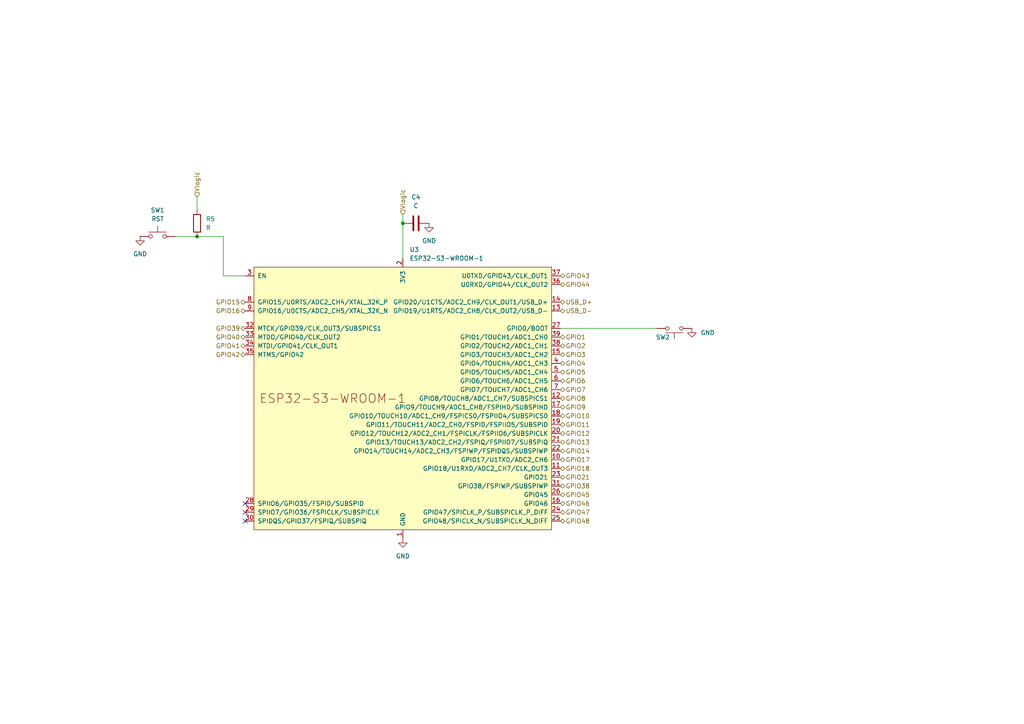
<source format=kicad_sch>
(kicad_sch (version 20230121) (generator eeschema)
  (paper "A4")
  (lib_symbols
    (symbol "Device:C" (pin_numbers hide) (pin_names (offset 0.254))
      (property "Reference" "C" (at 0.635 2.54 0))
      (property "Value" "C" (at 0.635 -2.54 0))
      (symbol "C_0_1"
        (polyline (pts (xy -2.032 -0.762) (xy 2.032 -0.762)) (stroke (width 0.508)))
        (polyline (pts (xy -2.032 0.762) (xy 2.032 0.762)) (stroke (width 0.508)))
      )
      (symbol "C_1_1"
        (pin passive line (at 0 3.81 270) (length 2.794) (name "~") (number "1"))
        (pin passive line (at 0 -3.81 90) (length 2.794) (name "~") (number "2"))
      )
    )
    (symbol "Device:R" (pin_numbers hide) (pin_names (offset 0))
      (property "Reference" "R" (at 2.032 0 90))
      (property "Value" "R" (at 0 0 90))
      (symbol "R_0_1"
        (rectangle (start -1.016 -2.54) (end 1.016 2.54) (stroke (width 0.254)))
      )
      (symbol "R_1_1"
        (pin passive line (at 0 3.81 270) (length 1.27) (name "~") (number "1"))
        (pin passive line (at 0 -3.81 90) (length 1.27) (name "~") (number "2"))
      )
    )
    (symbol "PCM_Espressif:ESP32-S3-WROOM-1" (pin_names (offset 1.016))
      (property "Reference" "U" (at -43.18 43.18 0))
      (property "Value" "ESP32-S3-WROOM-1" (at -43.18 40.64 0))
      (symbol "ESP32-S3-WROOM-1_0_0"
        (text "ESP32-S3-WROOM-1" (at -20.32 0 0) (effects (font (size 2.54 2.54))))
        (pin power_in line (at 0 -40.64 90) (length 2.54) (name "GND") (number "1"))
        (pin bidirectional line (at 45.72 -17.78 180) (length 2.54) (name "GPIO17/U1TXD/ADC2_CH6") (number "10"))
        (pin bidirectional line (at 45.72 -20.32 180) (length 2.54) (name "GPIO18/U1RXD/ADC2_CH7/CLK_OUT3") (number "11"))
        (pin bidirectional line (at 45.72 0 180) (length 2.54) (name "GPIO8/TOUCH8/ADC1_CH7/SUBSPICS1") (number "12"))
        (pin bidirectional line (at 45.72 25.4 180) (length 2.54) (name "GPIO19/U1RTS/ADC2_CH8/CLK_OUT2/USB_D-") (number "13"))
        (pin bidirectional line (at 45.72 27.94 180) (length 2.54) (name "GPIO20/U1CTS/ADC2_CH9/CLK_OUT1/USB_D+") (number "14"))
        (pin bidirectional line (at 45.72 12.7 180) (length 2.54) (name "GPIO3/TOUCH3/ADC1_CH2") (number "15"))
        (pin bidirectional line (at 45.72 -30.48 180) (length 2.54) (name "GPIO46") (number "16"))
        (pin bidirectional line (at 45.72 -2.54 180) (length 2.54) (name "GPIO9/TOUCH9/ADC1_CH8/FSPIHD/SUBSPIHD") (number "17"))
        (pin bidirectional line (at 45.72 -5.08 180) (length 2.54) (name "GPIO10/TOUCH10/ADC1_CH9/FSPICS0/FSPIIO4/SUBSPICS0") (number "18"))
        (pin bidirectional line (at 45.72 -7.62 180) (length 2.54) (name "GPIO11/TOUCH11/ADC2_CH0/FSPID/FSPIIO5/SUBSPID") (number "19"))
        (pin power_in line (at 0 40.64 270) (length 2.54) (name "3V3") (number "2"))
        (pin bidirectional line (at 45.72 -10.16 180) (length 2.54) (name "GPIO12/TOUCH12/ADC2_CH1/FSPICLK/FSPIIO6/SUBSPICLK") (number "20"))
        (pin bidirectional line (at 45.72 -12.7 180) (length 2.54) (name "GPIO13/TOUCH13/ADC2_CH2/FSPIQ/FSPIIO7/SUBSPIQ") (number "21"))
        (pin bidirectional line (at 45.72 -15.24 180) (length 2.54) (name "GPIO14/TOUCH14/ADC2_CH3/FSPIWP/FSPIDQS/SUBSPIWP") (number "22"))
        (pin bidirectional line (at 45.72 -22.86 180) (length 2.54) (name "GPIO21") (number "23"))
        (pin bidirectional line (at 45.72 -33.02 180) (length 2.54) (name "GPIO47/SPICLK_P/SUBSPICLK_P_DIFF") (number "24"))
        (pin bidirectional line (at 45.72 -35.56 180) (length 2.54) (name "GPIO48/SPICLK_N/SUBSPICLK_N_DIFF") (number "25"))
        (pin bidirectional line (at 45.72 -27.94 180) (length 2.54) (name "GPIO45") (number "26"))
        (pin bidirectional line (at 45.72 20.32 180) (length 2.54) (name "GPIO0/BOOT") (number "27"))
        (pin bidirectional line (at -45.72 -30.48 0) (length 2.54) (name "SPIIO6/GPIO35/FSPID/SUBSPID") (number "28"))
        (pin bidirectional line (at -45.72 -33.02 0) (length 2.54) (name "SPIIO7/GPIO36/FSPICLK/SUBSPICLK") (number "29"))
        (pin input line (at -45.72 35.56 0) (length 2.54) (name "EN") (number "3"))
        (pin bidirectional line (at -45.72 -35.56 0) (length 2.54) (name "SPIDQS/GPIO37/FSPIQ/SUBSPIQ") (number "30"))
        (pin bidirectional line (at 45.72 -25.4 180) (length 2.54) (name "GPIO38/FSPIWP/SUBSPIWP") (number "31"))
        (pin bidirectional line (at -45.72 20.32 0) (length 2.54) (name "MTCK/GPIO39/CLK_OUT3/SUBSPICS1") (number "32"))
        (pin bidirectional line (at -45.72 17.78 0) (length 2.54) (name "MTDO/GPIO40/CLK_OUT2") (number "33"))
        (pin bidirectional line (at -45.72 15.24 0) (length 2.54) (name "MTDI/GPIO41/CLK_OUT1") (number "34"))
        (pin bidirectional line (at -45.72 12.7 0) (length 2.54) (name "MTMS/GPIO42") (number "35"))
        (pin bidirectional line (at 45.72 33.02 180) (length 2.54) (name "U0RXD/GPIO44/CLK_OUT2") (number "36"))
        (pin bidirectional line (at 45.72 35.56 180) (length 2.54) (name "U0TXD/GPIO43/CLK_OUT1") (number "37"))
        (pin bidirectional line (at 45.72 15.24 180) (length 2.54) (name "GPIO2/TOUCH2/ADC1_CH1") (number "38"))
        (pin bidirectional line (at 45.72 17.78 180) (length 2.54) (name "GPIO1/TOUCH1/ADC1_CH0") (number "39"))
        (pin bidirectional line (at 45.72 10.16 180) (length 2.54) (name "GPIO4/TOUCH4/ADC1_CH3") (number "4"))
        (pin passive line (at 0 -40.64 90) (length 2.54) hide (name "GND") (number "40"))
        (pin passive line (at 0 -40.64 90) (length 2.54) hide (name "GND") (number "41"))
        (pin bidirectional line (at 45.72 7.62 180) (length 2.54) (name "GPIO5/TOUCH5/ADC1_CH4") (number "5"))
        (pin bidirectional line (at 45.72 5.08 180) (length 2.54) (name "GPIO6/TOUCH6/ADC1_CH5") (number "6"))
        (pin bidirectional line (at 45.72 2.54 180) (length 2.54) (name "GPIO7/TOUCH7/ADC1_CH6") (number "7"))
        (pin bidirectional line (at -45.72 27.94 0) (length 2.54) (name "GPIO15/U0RTS/ADC2_CH4/XTAL_32K_P") (number "8"))
        (pin bidirectional line (at -45.72 25.4 0) (length 2.54) (name "GPIO16/U0CTS/ADC2_CH5/XTAL_32K_N") (number "9"))
      )
      (symbol "ESP32-S3-WROOM-1_0_1"
        (rectangle (start -43.18 38.1) (end 43.18 -38.1) (fill (type background)))
      )
    )
    (symbol "Switch:SW_Push" (pin_numbers hide) (pin_names (offset 1.016) hide)
      (property "Reference" "SW" (at 1.27 2.54 0))
      (property "Value" "SW_Push" (at 0 -1.524 0))
      (symbol "SW_Push_0_1"
        (circle (center -2.032 0) (radius 0.508))
        (polyline (pts (xy 0 1.27) (xy 0 3.048)))
        (polyline (pts (xy 2.54 1.27) (xy -2.54 1.27)))
        (circle (center 2.032 0) (radius 0.508))
        (pin passive line (at -5.08 0 0) (length 2.54) (name "1") (number "1"))
        (pin passive line (at 5.08 0 180) (length 2.54) (name "2") (number "2"))
      )
    )
    (symbol "power:GND" (power) (pin_names (offset 0))
      (property "Value" "GND" (at 0 -3.81 0))
      (symbol "GND_0_1"
        (polyline (pts (xy 0 0) (xy 0 -1.27) (xy 1.27 -1.27) (xy 0 -2.54) (xy -1.27 -1.27) (xy 0 -1.27)))
      )
      (symbol "GND_1_1"
        (pin power_in line (at 0 0 270) (length 0) hide (name "GND") (number "1"))
      )
    )
  )
  (junction (at 57.15 68.58))
  (junction (at 116.84 64.77))
  (no_connect (at 71.12 151.13))
  (no_connect (at 71.12 146.05))
  (no_connect (at 71.12 148.59))
  (wire (pts (xy 50.8 68.58) (xy 57.15 68.58)))
  (wire (pts (xy 71.12 80.01) (xy 64.77 80.01)))
  (wire (pts (xy 57.15 68.58) (xy 64.77 68.58)))
  (wire (pts (xy 57.15 57.15) (xy 57.15 60.96)))
  (wire (pts (xy 116.84 62.23) (xy 116.84 64.77)))
  (wire (pts (xy 116.84 64.77) (xy 116.84 74.93)))
  (wire (pts (xy 162.56 95.25) (xy 190.5 95.25)))
  (wire (pts (xy 64.77 80.01) (xy 64.77 68.58)))
  (hierarchical_label "GPIO47" (shape bidirectional) (at 162.56 148.59 0))
  (hierarchical_label "Vlogic" (shape input) (at 116.84 62.23 90))
  (hierarchical_label "Vlogic" (shape input) (at 57.15 57.15 90))
  (hierarchical_label "USB_D+" (shape bidirectional) (at 162.56 87.63 0))
  (hierarchical_label "GPIO17" (shape bidirectional) (at 162.56 133.35 0))
  (hierarchical_label "GPIO11" (shape bidirectional) (at 162.56 123.19 0))
  (hierarchical_label "GPIO41" (shape bidirectional) (at 71.12 100.33 180))
  (hierarchical_label "GPIO18" (shape bidirectional) (at 162.56 135.89 0))
  (hierarchical_label "GPIO6" (shape bidirectional) (at 162.56 110.49 0))
  (hierarchical_label "GPIO43" (shape bidirectional) (at 162.56 80.01 0))
  (hierarchical_label "GPIO48" (shape bidirectional) (at 162.56 151.13 0))
  (hierarchical_label "GPIO7" (shape bidirectional) (at 162.56 113.03 0))
  (hierarchical_label "GPIO45" (shape bidirectional) (at 162.56 143.51 0))
  (hierarchical_label "GPIO10" (shape bidirectional) (at 162.56 120.65 0))
  (hierarchical_label "GPIO4" (shape bidirectional) (at 162.56 105.41 0))
  (hierarchical_label "GPIO9" (shape bidirectional) (at 162.56 118.11 0))
  (hierarchical_label "GPIO13" (shape bidirectional) (at 162.56 128.27 0))
  (hierarchical_label "GPIO3" (shape bidirectional) (at 162.56 102.87 0))
  (hierarchical_label "GPIO38" (shape bidirectional) (at 162.56 140.97 0))
  (hierarchical_label "GPIO1" (shape tri_state) (at 162.56 97.79 0))
  (hierarchical_label "GPIO5" (shape bidirectional) (at 162.56 107.95 0))
  (hierarchical_label "GPIO44" (shape bidirectional) (at 162.56 82.55 0))
  (hierarchical_label "GPIO42" (shape bidirectional) (at 71.12 102.87 180))
  (hierarchical_label "GPIO8" (shape bidirectional) (at 162.56 115.57 0))
  (hierarchical_label "GPIO21" (shape bidirectional) (at 162.56 138.43 0))
  (hierarchical_label "GPIO46" (shape bidirectional) (at 162.56 146.05 0))
  (hierarchical_label "GPIO14" (shape bidirectional) (at 162.56 130.81 0))
  (hierarchical_label "GPIO39" (shape bidirectional) (at 71.12 95.25 180))
  (hierarchical_label "GPIO15" (shape bidirectional) (at 71.12 87.63 180))
  (hierarchical_label "GPIO2" (shape bidirectional) (at 162.56 100.33 0))
  (hierarchical_label "GPIO12" (shape bidirectional) (at 162.56 125.73 0))
  (hierarchical_label "GPIO16" (shape bidirectional) (at 71.12 90.17 180))
  (hierarchical_label "GPIO40" (shape bidirectional) (at 71.12 97.79 180))
  (hierarchical_label "USB_D-" (shape bidirectional) (at 162.56 90.17 0))
  (symbol (lib_id "power:GND") (at 40.64 68.58 0) (unit 1)
    (property "Reference" "#PWR016" (effects hide))
    (property "Value" "GND" (at 40.64 73.66 0))
  )
  (symbol (lib_id "power:GND") (at 124.46 64.77 0) (unit 1)
    (property "Reference" "#PWR018" (effects hide))
    (property "Value" "GND" (at 124.46 69.85 0))
  )
  (symbol (lib_id "Device:C") (at 120.65 64.77 90) (unit 1)
    (property "Reference" "C4" (at 120.65 57.15 90))
    (property "Value" "C" (at 120.65 59.69 90))
    (property "Footprint" "Capacitor_SMD:C_0603_1608Metric" (effects hide))
  )
  (symbol (lib_id "power:GND") (at 200.66 95.25 0) (unit 1)
    (property "Reference" "#PWR019" (effects hide))
    (property "Value" "GND" (at 203.2 96.52 0) (effects (justify left)))
  )
  (symbol (lib_id "power:GND") (at 116.84 156.21 0) (unit 1)
    (property "Reference" "#PWR017" (effects hide))
    (property "Value" "GND" (at 116.84 161.29 0))
  )
  (symbol (lib_id "PCM_Espressif:ESP32-S3-WROOM-1") (at 116.84 115.57 0) (unit 1)
    (property "Reference" "U3" (at 118.7959 72.39 0) (effects (justify left)))
    (property "Value" "ESP32-S3-WROOM-1" (at 118.7959 74.93 0) (effects (justify left)))
    (property "Footprint" "PCM_Espressif:ESP32-S3-WROOM-1" (effects hide))
    (property "Datasheet" "https://www.espressif.com/sites/default/files/documentation/esp32-s3-wroom-1_wroom-1u_datasheet_en.pdf" (effects hide))
  )
  (symbol (lib_id "Switch:SW_Push") (at 45.72 68.58 0) (unit 1)
    (property "Reference" "SW1" (at 45.72 60.96 0))
    (property "Value" "RST" (at 45.72 63.5 0))
    (property "Footprint" "Button_Switch_SMD:SW_SPST_PTS810" (effects hide))
    (property "LCSC" "C221897" (effects hide))
  )
  (symbol (lib_id "Device:R") (at 57.15 64.77 0) (unit 1)
    (property "Reference" "R5" (at 59.69 63.5 0) (effects (justify left)))
    (property "Value" "R" (at 59.69 66.04 0) (effects (justify left)))
    (property "Footprint" "Resistor_SMD:R_0603_1608Metric" (effects hide))
  )
  (symbol (lib_id "Switch:SW_Push") (at 195.58 95.25 180) (unit 1)
    (property "Reference" "SW2" (at 194.31 97.79 0) (effects (justify left)))
    (property "Value" "BOOT" (effects hide))
    (property "Footprint" "Button_Switch_SMD:SW_SPST_PTS810" (effects hide))
    (property "LCSC" "C221897" (effects hide))
  )
)
</source>
